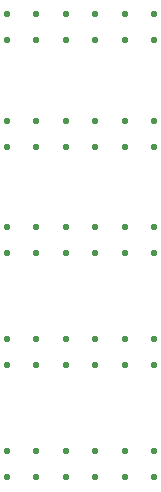
<source format=gbr>
%TF.GenerationSoftware,KiCad,Pcbnew,9.0.5*%
%TF.CreationDate,2026-01-17T00:35:45+01:00*%
%TF.ProjectId,replicazeron_stm,7265706c-6963-4617-9a65-726f6e5f7374,rev?*%
%TF.SameCoordinates,Original*%
%TF.FileFunction,Paste,Bot*%
%TF.FilePolarity,Positive*%
%FSLAX46Y46*%
G04 Gerber Fmt 4.6, Leading zero omitted, Abs format (unit mm)*
G04 Created by KiCad (PCBNEW 9.0.5) date 2026-01-17 00:35:45*
%MOMM*%
%LPD*%
G01*
G04 APERTURE LIST*
G04 Aperture macros list*
%AMRoundRect*
0 Rectangle with rounded corners*
0 $1 Rounding radius*
0 $2 $3 $4 $5 $6 $7 $8 $9 X,Y pos of 4 corners*
0 Add a 4 corners polygon primitive as box body*
4,1,4,$2,$3,$4,$5,$6,$7,$8,$9,$2,$3,0*
0 Add four circle primitives for the rounded corners*
1,1,$1+$1,$2,$3*
1,1,$1+$1,$4,$5*
1,1,$1+$1,$6,$7*
1,1,$1+$1,$8,$9*
0 Add four rect primitives between the rounded corners*
20,1,$1+$1,$2,$3,$4,$5,0*
20,1,$1+$1,$4,$5,$6,$7,0*
20,1,$1+$1,$6,$7,$8,$9,0*
20,1,$1+$1,$8,$9,$2,$3,0*%
G04 Aperture macros list end*
%ADD10RoundRect,0.125000X0.125000X-0.125000X0.125000X0.125000X-0.125000X0.125000X-0.125000X-0.125000X0*%
G04 APERTURE END LIST*
D10*
%TO.C,D6*%
X117750000Y-66100000D03*
X117750000Y-63900000D03*
%TD*%
%TO.C,D5*%
X115250000Y-66100000D03*
X115250000Y-63900000D03*
%TD*%
%TO.C,D19*%
X105250000Y-84600000D03*
X105250000Y-82400000D03*
%TD*%
%TO.C,D25*%
X105250000Y-94100000D03*
X105250000Y-91900000D03*
%TD*%
%TO.C,D4*%
X112750000Y-66100000D03*
X112750000Y-63900000D03*
%TD*%
%TO.C,D15*%
X110250000Y-75100000D03*
X110250000Y-72900000D03*
%TD*%
%TO.C,D10*%
X112750000Y-57100000D03*
X112750000Y-54900000D03*
%TD*%
%TO.C,D17*%
X115250000Y-75100000D03*
X115250000Y-72900000D03*
%TD*%
%TO.C,D11*%
X115250000Y-57100000D03*
X115250000Y-54900000D03*
%TD*%
%TO.C,D18*%
X117750000Y-75100000D03*
X117750000Y-72900000D03*
%TD*%
%TO.C,D13*%
X105250000Y-75100000D03*
X105250000Y-72900000D03*
%TD*%
%TO.C,D8*%
X107750000Y-57100000D03*
X107750000Y-54900000D03*
%TD*%
%TO.C,D29*%
X115250000Y-94100000D03*
X115250000Y-91900000D03*
%TD*%
%TO.C,D12*%
X117750000Y-57100000D03*
X117750000Y-54900000D03*
%TD*%
%TO.C,D14*%
X107750000Y-75100000D03*
X107750000Y-72900000D03*
%TD*%
%TO.C,D27*%
X110250000Y-94100000D03*
X110250000Y-91900000D03*
%TD*%
%TO.C,D22*%
X112750000Y-84600000D03*
X112750000Y-82400000D03*
%TD*%
%TO.C,D30*%
X117750000Y-94100000D03*
X117750000Y-91900000D03*
%TD*%
%TO.C,D2*%
X107750000Y-66100000D03*
X107750000Y-63900000D03*
%TD*%
%TO.C,D20*%
X107750000Y-84600000D03*
X107750000Y-82400000D03*
%TD*%
%TO.C,D23*%
X115250000Y-84600000D03*
X115250000Y-82400000D03*
%TD*%
%TO.C,D28*%
X112750000Y-94100000D03*
X112750000Y-91900000D03*
%TD*%
%TO.C,D3*%
X110250000Y-66100000D03*
X110250000Y-63900000D03*
%TD*%
%TO.C,D7*%
X105250000Y-57100000D03*
X105250000Y-54900000D03*
%TD*%
%TO.C,D24*%
X117750000Y-84600000D03*
X117750000Y-82400000D03*
%TD*%
%TO.C,D21*%
X110250000Y-84600000D03*
X110250000Y-82400000D03*
%TD*%
%TO.C,D16*%
X112750000Y-75100000D03*
X112750000Y-72900000D03*
%TD*%
%TO.C,D26*%
X107750000Y-94100000D03*
X107750000Y-91900000D03*
%TD*%
%TO.C,D9*%
X110250000Y-57100000D03*
X110250000Y-54900000D03*
%TD*%
%TO.C,D1*%
X105250000Y-66100000D03*
X105250000Y-63900000D03*
%TD*%
M02*

</source>
